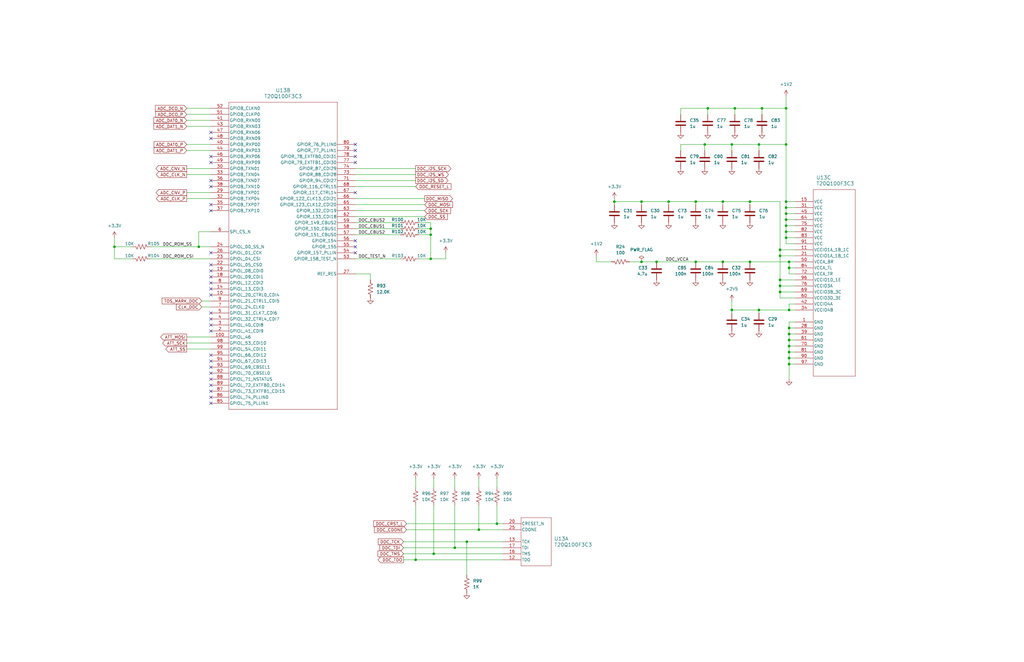
<source format=kicad_sch>
(kicad_sch (version 20230121) (generator eeschema)
  (paper "USLedger")
  (title_block (title "DDC FPGA") (date "2024-02-02") (rev "0"))
  (junction (at 331.47 92.71))
  (junction (at 332.74 110.49))
  (junction (at 328.93 105.41))
  (junction (at 281.94 85.09))
  (junction (at 332.74 140.97))
  (junction (at 332.74 151.13))
  (junction (at 328.93 107.95))
  (junction (at 293.37 85.09))
  (junction (at 308.61 130.81))
  (junction (at 331.47 45.72))
  (junction (at 320.04 60.96))
  (junction (at 332.74 153.67))
  (junction (at 316.23 85.09))
  (junction (at 331.47 97.79))
  (junction (at 308.61 60.96))
  (junction (at 83.82 104.14))
  (junction (at 175.26 236.22))
  (junction (at 331.47 95.25))
  (junction (at 304.8 110.49))
  (junction (at 331.47 87.63))
  (junction (at 328.93 118.11))
  (junction (at 297.18 60.96))
  (junction (at 332.74 130.81))
  (junction (at 331.47 60.96))
  (junction (at 309.88 45.72))
  (junction (at 293.37 110.49))
  (junction (at 332.74 138.43))
  (junction (at 270.51 85.09))
  (junction (at 320.04 130.81))
  (junction (at 196.85 228.6))
  (junction (at 331.47 100.33))
  (junction (at 316.23 110.49))
  (junction (at 298.45 45.72))
  (junction (at 191.77 231.14))
  (junction (at 276.86 110.49))
  (junction (at 328.93 120.65))
  (junction (at 332.74 113.03))
  (junction (at 331.47 85.09))
  (junction (at 321.31 45.72))
  (junction (at 304.8 85.09))
  (junction (at 332.74 148.59))
  (junction (at 48.26 104.14))
  (junction (at 328.93 123.19))
  (junction (at 259.08 85.09))
  (junction (at 181.61 96.52))
  (junction (at 181.61 99.06))
  (junction (at 332.74 146.05))
  (junction (at 201.93 223.52))
  (junction (at 270.51 110.49))
  (junction (at 332.74 143.51))
  (junction (at 209.55 220.98))
  (junction (at 181.61 109.22))
  (junction (at 331.47 90.17))
  (junction (at 182.88 233.68))
  (no_connect (at 88.9 162.56))
  (no_connect (at 149.86 81.28))
  (no_connect (at 88.9 114.3))
  (no_connect (at 149.86 60.96))
  (no_connect (at 88.9 139.7))
  (no_connect (at 88.9 119.38))
  (no_connect (at 88.9 121.92))
  (no_connect (at 88.9 132.08))
  (no_connect (at 88.9 111.76))
  (no_connect (at 88.9 78.74))
  (no_connect (at 88.9 152.4))
  (no_connect (at 88.9 86.36))
  (no_connect (at 88.9 116.84))
  (no_connect (at 88.9 149.86))
  (no_connect (at 88.9 167.64))
  (no_connect (at 88.9 134.62))
  (no_connect (at 88.9 124.46))
  (no_connect (at 88.9 68.58))
  (no_connect (at 88.9 170.18))
  (no_connect (at 88.9 66.04))
  (no_connect (at 88.9 88.9))
  (no_connect (at 149.86 104.14))
  (no_connect (at 149.86 66.04))
  (no_connect (at 149.86 101.6))
  (no_connect (at 88.9 154.94))
  (no_connect (at 88.9 165.1))
  (no_connect (at 88.9 55.88))
  (no_connect (at 88.9 160.02))
  (no_connect (at 149.86 106.68))
  (no_connect (at 88.9 58.42))
  (no_connect (at 88.9 76.2))
  (no_connect (at 88.9 137.16))
  (no_connect (at 149.86 63.5))
  (no_connect (at 88.9 106.68))
  (no_connect (at 149.86 68.58))
  (no_connect (at 88.9 157.48))
  (wire (pts (xy 297.18 63.5) (xy 297.18 60.96)))
  (wire (pts (xy 187.96 106.68) (xy 187.96 109.22)))
  (wire (pts (xy 332.74 151.13) (xy 332.74 153.67)))
  (wire (pts (xy 196.85 228.6) (xy 196.85 242.57)))
  (wire (pts (xy 191.77 201.93) (xy 191.77 205.74)))
  (wire (pts (xy 287.02 48.26) (xy 287.02 45.72)))
  (wire (pts (xy 332.74 110.49) (xy 332.74 113.03)))
  (wire (pts (xy 149.86 73.66) (xy 175.26 73.66)))
  (wire (pts (xy 149.86 99.06) (xy 168.91 99.06)))
  (wire (pts (xy 320.04 130.81) (xy 332.74 130.81)))
  (wire (pts (xy 332.74 146.05) (xy 332.74 148.59)))
  (wire (pts (xy 308.61 60.96) (xy 320.04 60.96)))
  (wire (pts (xy 149.86 96.52) (xy 168.91 96.52)))
  (wire (pts (xy 181.61 93.98) (xy 181.61 96.52)))
  (wire (pts (xy 332.74 143.51) (xy 335.28 143.51)))
  (wire (pts (xy 149.86 76.2) (xy 175.26 76.2)))
  (wire (pts (xy 331.47 95.25) (xy 331.47 97.79)))
  (wire (pts (xy 320.04 60.96) (xy 331.47 60.96)))
  (wire (pts (xy 331.47 60.96) (xy 331.47 85.09)))
  (wire (pts (xy 328.93 107.95) (xy 335.28 107.95)))
  (wire (pts (xy 320.04 60.96) (xy 320.04 63.5)))
  (wire (pts (xy 176.53 93.98) (xy 181.61 93.98)))
  (wire (pts (xy 331.47 40.64) (xy 331.47 45.72)))
  (wire (pts (xy 48.26 100.33) (xy 48.26 104.14)))
  (wire (pts (xy 332.74 146.05) (xy 335.28 146.05)))
  (wire (pts (xy 321.31 45.72) (xy 331.47 45.72)))
  (wire (pts (xy 328.93 118.11) (xy 328.93 120.65)))
  (wire (pts (xy 85.09 129.54) (xy 88.9 129.54)))
  (wire (pts (xy 320.04 130.81) (xy 308.61 130.81)))
  (wire (pts (xy 332.74 138.43) (xy 335.28 138.43)))
  (wire (pts (xy 304.8 85.09) (xy 293.37 85.09)))
  (wire (pts (xy 328.93 118.11) (xy 335.28 118.11)))
  (wire (pts (xy 304.8 85.09) (xy 304.8 86.36)))
  (wire (pts (xy 332.74 110.49) (xy 335.28 110.49)))
  (wire (pts (xy 331.47 97.79) (xy 331.47 100.33)))
  (wire (pts (xy 308.61 130.81) (xy 308.61 127)))
  (wire (pts (xy 78.74 71.12) (xy 88.9 71.12)))
  (wire (pts (xy 316.23 110.49) (xy 332.74 110.49)))
  (wire (pts (xy 332.74 135.89) (xy 332.74 138.43)))
  (wire (pts (xy 316.23 85.09) (xy 328.93 85.09)))
  (wire (pts (xy 332.74 143.51) (xy 332.74 146.05)))
  (wire (pts (xy 78.74 45.72) (xy 88.9 45.72)))
  (wire (pts (xy 88.9 109.22) (xy 63.5 109.22)))
  (wire (pts (xy 332.74 113.03) (xy 332.74 115.57)))
  (wire (pts (xy 332.74 128.27) (xy 335.28 128.27)))
  (wire (pts (xy 181.61 99.06) (xy 181.61 109.22)))
  (wire (pts (xy 170.18 236.22) (xy 175.26 236.22)))
  (wire (pts (xy 332.74 140.97) (xy 332.74 143.51)))
  (wire (pts (xy 320.04 132.08) (xy 320.04 130.81)))
  (wire (pts (xy 187.96 109.22) (xy 181.61 109.22)))
  (wire (pts (xy 281.94 85.09) (xy 281.94 86.36)))
  (wire (pts (xy 83.82 104.14) (xy 88.9 104.14)))
  (wire (pts (xy 78.74 144.78) (xy 88.9 144.78)))
  (wire (pts (xy 78.74 48.26) (xy 88.9 48.26)))
  (wire (pts (xy 328.93 125.73) (xy 335.28 125.73)))
  (wire (pts (xy 298.45 45.72) (xy 309.88 45.72)))
  (wire (pts (xy 270.51 86.36) (xy 270.51 85.09)))
  (wire (pts (xy 332.74 113.03) (xy 335.28 113.03)))
  (wire (pts (xy 328.93 105.41) (xy 328.93 107.95)))
  (wire (pts (xy 78.74 83.82) (xy 88.9 83.82)))
  (wire (pts (xy 328.93 123.19) (xy 335.28 123.19)))
  (wire (pts (xy 331.47 90.17) (xy 335.28 90.17)))
  (wire (pts (xy 176.53 99.06) (xy 181.61 99.06)))
  (wire (pts (xy 196.85 228.6) (xy 212.09 228.6)))
  (wire (pts (xy 331.47 85.09) (xy 335.28 85.09)))
  (wire (pts (xy 259.08 83.82) (xy 259.08 85.09)))
  (wire (pts (xy 331.47 100.33) (xy 331.47 102.87)))
  (wire (pts (xy 331.47 102.87) (xy 335.28 102.87)))
  (wire (pts (xy 191.77 213.36) (xy 191.77 231.14)))
  (wire (pts (xy 287.02 45.72) (xy 298.45 45.72)))
  (wire (pts (xy 276.86 110.49) (xy 270.51 110.49)))
  (wire (pts (xy 287.02 60.96) (xy 297.18 60.96)))
  (wire (pts (xy 304.8 110.49) (xy 293.37 110.49)))
  (wire (pts (xy 331.47 90.17) (xy 331.47 92.71)))
  (wire (pts (xy 149.86 83.82) (xy 179.07 83.82)))
  (wire (pts (xy 170.18 228.6) (xy 196.85 228.6)))
  (wire (pts (xy 259.08 85.09) (xy 259.08 86.36)))
  (wire (pts (xy 181.61 96.52) (xy 181.61 99.06)))
  (wire (pts (xy 48.26 104.14) (xy 55.88 104.14)))
  (wire (pts (xy 85.09 127) (xy 88.9 127)))
  (wire (pts (xy 149.86 91.44) (xy 179.07 91.44)))
  (wire (pts (xy 257.81 110.49) (xy 251.46 110.49)))
  (wire (pts (xy 170.18 231.14) (xy 191.77 231.14)))
  (wire (pts (xy 182.88 213.36) (xy 182.88 233.68)))
  (wire (pts (xy 149.86 86.36) (xy 179.07 86.36)))
  (wire (pts (xy 182.88 201.93) (xy 182.88 205.74)))
  (wire (pts (xy 270.51 110.49) (xy 265.43 110.49)))
  (wire (pts (xy 332.74 148.59) (xy 332.74 151.13)))
  (wire (pts (xy 78.74 50.8) (xy 88.9 50.8)))
  (wire (pts (xy 63.5 104.14) (xy 83.82 104.14)))
  (wire (pts (xy 209.55 201.93) (xy 209.55 205.74)))
  (wire (pts (xy 156.21 115.57) (xy 156.21 118.11)))
  (wire (pts (xy 335.28 135.89) (xy 332.74 135.89)))
  (wire (pts (xy 83.82 97.79) (xy 83.82 104.14)))
  (wire (pts (xy 331.47 45.72) (xy 331.47 60.96)))
  (wire (pts (xy 332.74 138.43) (xy 332.74 140.97)))
  (wire (pts (xy 48.26 109.22) (xy 55.88 109.22)))
  (wire (pts (xy 212.09 220.98) (xy 209.55 220.98)))
  (wire (pts (xy 287.02 60.96) (xy 287.02 63.5)))
  (wire (pts (xy 316.23 110.49) (xy 304.8 110.49)))
  (wire (pts (xy 332.74 151.13) (xy 335.28 151.13)))
  (wire (pts (xy 78.74 81.28) (xy 88.9 81.28)))
  (wire (pts (xy 332.74 140.97) (xy 335.28 140.97)))
  (wire (pts (xy 191.77 231.14) (xy 212.09 231.14)))
  (wire (pts (xy 281.94 85.09) (xy 270.51 85.09)))
  (wire (pts (xy 170.18 233.68) (xy 182.88 233.68)))
  (wire (pts (xy 297.18 60.96) (xy 308.61 60.96)))
  (wire (pts (xy 88.9 97.79) (xy 83.82 97.79)))
  (wire (pts (xy 175.26 236.22) (xy 212.09 236.22)))
  (wire (pts (xy 175.26 213.36) (xy 175.26 236.22)))
  (wire (pts (xy 181.61 109.22) (xy 176.53 109.22)))
  (wire (pts (xy 78.74 60.96) (xy 88.9 60.96)))
  (wire (pts (xy 316.23 86.36) (xy 316.23 85.09)))
  (wire (pts (xy 328.93 85.09) (xy 328.93 105.41)))
  (wire (pts (xy 335.28 153.67) (xy 332.74 153.67)))
  (wire (pts (xy 201.93 201.93) (xy 201.93 205.74)))
  (wire (pts (xy 331.47 87.63) (xy 331.47 90.17)))
  (wire (pts (xy 332.74 115.57) (xy 335.28 115.57)))
  (wire (pts (xy 209.55 220.98) (xy 171.45 220.98)))
  (wire (pts (xy 78.74 142.24) (xy 88.9 142.24)))
  (wire (pts (xy 309.88 45.72) (xy 309.88 48.26)))
  (wire (pts (xy 176.53 96.52) (xy 181.61 96.52)))
  (wire (pts (xy 293.37 85.09) (xy 281.94 85.09)))
  (wire (pts (xy 175.26 201.93) (xy 175.26 205.74)))
  (wire (pts (xy 308.61 132.08) (xy 308.61 130.81)))
  (wire (pts (xy 293.37 85.09) (xy 293.37 86.36)))
  (wire (pts (xy 331.47 100.33) (xy 335.28 100.33)))
  (wire (pts (xy 251.46 110.49) (xy 251.46 107.95)))
  (wire (pts (xy 48.26 104.14) (xy 48.26 109.22)))
  (wire (pts (xy 201.93 213.36) (xy 201.93 223.52)))
  (wire (pts (xy 332.74 148.59) (xy 335.28 148.59)))
  (wire (pts (xy 298.45 45.72) (xy 298.45 48.26)))
  (wire (pts (xy 149.86 78.74) (xy 175.26 78.74)))
  (wire (pts (xy 149.86 109.22) (xy 168.91 109.22)))
  (wire (pts (xy 331.47 97.79) (xy 335.28 97.79)))
  (wire (pts (xy 309.88 45.72) (xy 321.31 45.72)))
  (wire (pts (xy 316.23 85.09) (xy 304.8 85.09)))
  (wire (pts (xy 328.93 120.65) (xy 335.28 120.65)))
  (wire (pts (xy 328.93 107.95) (xy 328.93 118.11)))
  (wire (pts (xy 78.74 63.5) (xy 88.9 63.5)))
  (wire (pts (xy 78.74 53.34) (xy 88.9 53.34)))
  (wire (pts (xy 331.47 92.71) (xy 335.28 92.71)))
  (wire (pts (xy 321.31 45.72) (xy 321.31 48.26)))
  (wire (pts (xy 149.86 93.98) (xy 168.91 93.98)))
  (wire (pts (xy 328.93 120.65) (xy 328.93 123.19)))
  (wire (pts (xy 171.45 223.52) (xy 201.93 223.52)))
  (wire (pts (xy 270.51 85.09) (xy 259.08 85.09)))
  (wire (pts (xy 78.74 73.66) (xy 88.9 73.66)))
  (wire (pts (xy 332.74 130.81) (xy 335.28 130.81)))
  (wire (pts (xy 331.47 95.25) (xy 335.28 95.25)))
  (wire (pts (xy 182.88 233.68) (xy 212.09 233.68)))
  (wire (pts (xy 332.74 153.67) (xy 332.74 160.02)))
  (wire (pts (xy 331.47 92.71) (xy 331.47 95.25)))
  (wire (pts (xy 149.86 71.12) (xy 175.26 71.12)))
  (wire (pts (xy 328.93 123.19) (xy 328.93 125.73)))
  (wire (pts (xy 201.93 223.52) (xy 212.09 223.52)))
  (wire (pts (xy 149.86 115.57) (xy 156.21 115.57)))
  (wire (pts (xy 331.47 85.09) (xy 331.47 87.63)))
  (wire (pts (xy 331.47 87.63) (xy 335.28 87.63)))
  (wire (pts (xy 308.61 60.96) (xy 308.61 63.5)))
  (wire (pts (xy 149.86 88.9) (xy 179.07 88.9)))
  (wire (pts (xy 335.28 105.41) (xy 328.93 105.41)))
  (wire (pts (xy 332.74 128.27) (xy 332.74 130.81)))
  (wire (pts (xy 293.37 110.49) (xy 276.86 110.49)))
  (wire (pts (xy 209.55 213.36) (xy 209.55 220.98)))
  (wire (pts (xy 78.74 147.32) (xy 88.9 147.32)))
  (label "DDC_CBUS1" (at 151.13 96.52 0))
  (label "DDC_VCCA" (at 280.67 110.49 0))
  (label "DDC_TEST_N" (at 151.13 109.22 0))
  (label "DDC_CBUS2" (at 151.13 99.06 0))
  (label "DDC_ROM_CSI" (at 68.58 109.22 0))
  (label "DDC_ROM_SS" (at 68.58 104.14 0))
  (label "DDC_CBUS2" (at 151.13 93.98 0))
  (global_label "DDC_RESET_L" (shape input) (at 175.26 78.74 0) (property "Intersheetrefs" "${INTERSHEET_REFS}" (effects hide)))
  (global_label "ATT_MOSI" (shape output) (at 78.74 142.24 180) (property "Intersheetrefs" "${INTERSHEET_REFS}" (effects hide)))
  (global_label "ATT_SCK" (shape output) (at 78.74 144.78 180) (property "Intersheetrefs" "${INTERSHEET_REFS}" (effects hide)))
  (global_label "ADC_CLK_P" (shape output) (at 78.74 83.82 180) (property "Intersheetrefs" "${INTERSHEET_REFS}" (effects hide)))
  (global_label "DDC_TDI" (shape input) (at 170.18 231.14 180) (property "Intersheetrefs" "${INTERSHEET_REFS}" (effects hide)))
  (global_label "DDC_TCK" (shape input) (at 170.18 228.6 180) (property "Intersheetrefs" "${INTERSHEET_REFS}" (effects hide)))
  (global_label "DDC_SCK" (shape input) (at 179.07 88.9 0) (property "Intersheetrefs" "${INTERSHEET_REFS}" (effects hide)))
  (global_label "ADC_DAT0_P" (shape input) (at 78.74 60.96 180) (property "Intersheetrefs" "${INTERSHEET_REFS}" (effects hide)))
  (global_label "DDC_MISO" (shape output) (at 179.07 83.82 0) (property "Intersheetrefs" "${INTERSHEET_REFS}" (effects hide)))
  (global_label "CLK_DDC" (shape input) (at 85.09 129.54 180) (property "Intersheetrefs" "${INTERSHEET_REFS}" (effects hide)))
  (global_label "ATT_SS" (shape output) (at 78.74 147.32 180) (property "Intersheetrefs" "${INTERSHEET_REFS}" (effects hide)))
  (global_label "ADC_DAT1_N" (shape input) (at 78.74 53.34 180) (property "Intersheetrefs" "${INTERSHEET_REFS}" (effects hide)))
  (global_label "DDC_I2S_WS" (shape output) (at 175.26 73.66 0) (property "Intersheetrefs" "${INTERSHEET_REFS}" (effects hide)))
  (global_label "DDC_CRST_L" (shape input) (at 171.45 220.98 180) (property "Intersheetrefs" "${INTERSHEET_REFS}" (effects hide)))
  (global_label "ADC_CNV_P" (shape output) (at 78.74 81.28 180) (property "Intersheetrefs" "${INTERSHEET_REFS}" (effects hide)))
  (global_label "DDC_CDONE" (shape input) (at 171.45 223.52 180) (property "Intersheetrefs" "${INTERSHEET_REFS}" (effects hide)))
  (global_label "ADC_DAT1_P" (shape input) (at 78.74 63.5 180) (property "Intersheetrefs" "${INTERSHEET_REFS}" (effects hide)))
  (global_label "DDC_TMS" (shape input) (at 170.18 233.68 180) (property "Intersheetrefs" "${INTERSHEET_REFS}" (effects hide)))
  (global_label "ADC_DAT0_N" (shape input) (at 78.74 50.8 180) (property "Intersheetrefs" "${INTERSHEET_REFS}" (effects hide)))
  (global_label "ADC_CLK_N" (shape output) (at 78.74 73.66 180) (property "Intersheetrefs" "${INTERSHEET_REFS}" (effects hide)))
  (global_label "DDC_SS" (shape input) (at 179.07 91.44 0) (property "Intersheetrefs" "${INTERSHEET_REFS}" (effects hide)))
  (global_label "ADC_CNV_N" (shape output) (at 78.74 71.12 180) (property "Intersheetrefs" "${INTERSHEET_REFS}" (effects hide)))
  (global_label "DDC_MOSI" (shape input) (at 179.07 86.36 0) (property "Intersheetrefs" "${INTERSHEET_REFS}" (effects hide)))
  (global_label "DDC_I2S_SCK" (shape output) (at 175.26 71.12 0) (property "Intersheetrefs" "${INTERSHEET_REFS}" (effects hide)))
  (global_label "DDC_TDO" (shape output) (at 170.18 236.22 180) (property "Intersheetrefs" "${INTERSHEET_REFS}" (effects hide)))
  (global_label "ADC_DCO_P" (shape input) (at 78.74 48.26 180) (property "Intersheetrefs" "${INTERSHEET_REFS}" (effects hide)))
  (global_label "DDC_I2S_SD" (shape output) (at 175.26 76.2 0) (property "Intersheetrefs" "${INTERSHEET_REFS}" (effects hide)))
  (global_label "ADC_DCO_N" (shape input) (at 78.74 45.72 180) (property "Intersheetrefs" "${INTERSHEET_REFS}" (effects hide)))
  (global_label "TOS_MARK_DDC" (shape input) (at 85.09 127 180) (property "Intersheetrefs" "${INTERSHEET_REFS}" (effects hide)))
  (symbol (lib_id "power:GND") (at 270.51 93.98 0) (unit 1)
    (property "Reference" "#PWR067" (effects hide))
    (property "Value" "GND" (effects hide))
  )
  (symbol (lib_id "Device:R_US") (at 196.85 246.38 0) (unit 1)
    (property "Reference" "R99" (at 199.39 245.11 0) (effects (justify left)))
    (property "Value" "1K" (at 199.39 247.65 0) (effects (justify left)))
    (property "Footprint" "Resistor_SMD:R_0603_1608Metric_Pad0.98x0.95mm_HandSolder" (effects hide))
  )
  (symbol (lib_id "power:+3.3V") (at 209.55 201.93 0) (unit 1)
    (property "Reference" "#PWR0164" (effects hide))
    (property "Value" "+3.3V" (at 209.55 196.85 0))
  )
  (symbol (lib_id "power:GND") (at 304.8 93.98 0) (unit 1)
    (property "Reference" "#PWR0152" (effects hide))
    (property "Value" "GND" (effects hide))
  )
  (symbol (lib_id "power:GND") (at 281.94 93.98 0) (unit 1)
    (property "Reference" "#PWR064" (effects hide))
    (property "Value" "GND" (effects hide))
  )
  (symbol (lib_id "Device:R_US") (at 172.72 93.98 90) (unit 1)
    (property "Reference" "R100" (at 167.64 92.71 90))
    (property "Value" "10K" (at 177.8 92.71 90))
    (property "Footprint" "Resistor_SMD:R_0603_1608Metric_Pad0.98x0.95mm_HandSolder" (effects hide))
  )
  (symbol (lib_id "power:GND") (at 320.04 71.12 0) (unit 1)
    (property "Reference" "#PWR0159" (effects hide))
    (property "Value" "GND" (effects hide))
  )
  (symbol (lib_id "Device:C") (at 308.61 135.89 0) (unit 1)
    (property "Reference" "C34" (at 312.42 134.62 0) (effects (justify left)))
    (property "Value" "1u" (at 312.42 137.16 0) (effects (justify left)))
    (property "Footprint" "Capacitor_SMD:C_0603_1608Metric_Pad1.08x0.95mm_HandSolder" (effects hide))
  )
  (symbol (lib_id "Device:R_US") (at 59.69 104.14 270) (mirror x) (unit 1)
    (property "Reference" "R105" (at 64.77 102.87 90))
    (property "Value" "10K" (at 54.61 102.87 90))
    (property "Footprint" "Resistor_SMD:R_0603_1608Metric_Pad0.98x0.95mm_HandSolder" (effects hide))
  )
  (symbol (lib_id "power:+1V2") (at 251.46 107.95 0) (mirror y) (unit 1)
    (property "Reference" "#PWR072" (effects hide))
    (property "Value" "+1V2" (at 251.46 102.87 0))
  )
  (symbol (lib_id "Device:R_US") (at 209.55 209.55 0) (unit 1)
    (property "Reference" "R95" (at 212.09 208.28 0) (effects (justify left)))
    (property "Value" "10K" (at 212.09 210.82 0) (effects (justify left)))
    (property "Footprint" "Resistor_SMD:R_0603_1608Metric_Pad0.98x0.95mm_HandSolder" (effects hide))
  )
  (symbol (lib_id "power:GND") (at 321.31 55.88 0) (unit 1)
    (property "Reference" "#PWR0160" (effects hide))
    (property "Value" "GND" (effects hide))
  )
  (symbol (lib_id "Device:C") (at 293.37 90.17 0) (unit 1)
    (property "Reference" "C74" (at 297.18 88.9 0) (effects (justify left)))
    (property "Value" "1u" (at 297.18 91.44 0) (effects (justify left)))
    (property "Footprint" "Capacitor_SMD:C_0603_1608Metric_Pad1.08x0.95mm_HandSolder" (effects hide))
  )
  (symbol (lib_id "Device:R_US") (at 172.72 99.06 90) (unit 1)
    (property "Reference" "R102" (at 167.64 97.79 90))
    (property "Value" "10K" (at 177.8 97.79 90))
    (property "Footprint" "Resistor_SMD:R_0603_1608Metric_Pad0.98x0.95mm_HandSolder" (effects hide))
  )
  (symbol (lib_id "Device:C") (at 304.8 90.17 0) (unit 1)
    (property "Reference" "C75" (at 308.61 88.9 0) (effects (justify left)))
    (property "Value" "1u" (at 308.61 91.44 0) (effects (justify left)))
    (property "Footprint" "Capacitor_SMD:C_0603_1608Metric_Pad1.08x0.95mm_HandSolder" (effects hide))
  )
  (symbol (lib_id "Device:C") (at 293.37 114.3 0) (mirror y) (unit 1)
    (property "Reference" "C85" (at 289.56 113.03 0) (effects (justify left)))
    (property "Value" "100n" (at 289.56 115.57 0) (effects (justify left)))
    (property "Footprint" "Capacitor_SMD:C_0603_1608Metric_Pad1.08x0.95mm_HandSolder" (effects hide))
  )
  (symbol (lib_id "Device:C") (at 308.61 67.31 0) (unit 1)
    (property "Reference" "C81" (at 312.42 66.04 0) (effects (justify left)))
    (property "Value" "1u" (at 312.42 68.58 0) (effects (justify left)))
    (property "Footprint" "Capacitor_SMD:C_0603_1608Metric_Pad1.08x0.95mm_HandSolder" (effects hide))
  )
  (symbol (lib_id "power:GND") (at 287.02 55.88 0) (unit 1)
    (property "Reference" "#PWR076" (effects hide))
    (property "Value" "GND" (effects hide))
  )
  (symbol (lib_name "T20Q100F3C3_1") (lib_id "bgelb_lib:T20Q100F3C3") (at 335.28 85.09 0) (unit 3)
    (property "Reference" "U13" (at 344.17 74.93 0) (effects (font (size 1.524 1.524)) (justify left)))
    (property "Value" "T20Q100F3C3" (at 344.17 77.47 0) (effects (font (size 1.524 1.524)) (justify left)))
    (property "Footprint" "bgelb_footprint:LQFP100_TRION_EFI" (effects hide))
    (property "Datasheet" "T20Q100F3C3" (effects hide))
  )
  (symbol (lib_id "power:GND") (at 156.21 125.73 0) (mirror y) (unit 1)
    (property "Reference" "#PWR0163" (effects hide))
    (property "Value" "GND" (effects hide))
  )
  (symbol (lib_id "power:GND") (at 287.02 71.12 0) (unit 1)
    (property "Reference" "#PWR0156" (effects hide))
    (property "Value" "GND" (effects hide))
  )
  (symbol (lib_id "Device:C") (at 281.94 90.17 0) (unit 1)
    (property "Reference" "C73" (at 285.75 88.9 0) (effects (justify left)))
    (property "Value" "1u" (at 285.75 91.44 0) (effects (justify left)))
    (property "Footprint" "Capacitor_SMD:C_0603_1608Metric_Pad1.08x0.95mm_HandSolder" (effects hide))
  )
  (symbol (lib_id "Device:R_US") (at 172.72 109.22 90) (unit 1)
    (property "Reference" "R103" (at 167.64 107.95 90))
    (property "Value" "10K" (at 177.8 107.95 90))
    (property "Footprint" "Resistor_SMD:R_0603_1608Metric_Pad0.98x0.95mm_HandSolder" (effects hide))
  )
  (symbol (lib_id "Device:C") (at 270.51 90.17 0) (unit 1)
    (property "Reference" "C30" (at 274.32 88.9 0) (effects (justify left)))
    (property "Value" "1u" (at 274.32 91.44 0) (effects (justify left)))
    (property "Footprint" "Capacitor_SMD:C_0603_1608Metric_Pad1.08x0.95mm_HandSolder" (effects hide))
  )
  (symbol (lib_id "power:GND") (at 298.45 55.88 0) (unit 1)
    (property "Reference" "#PWR0154" (effects hide))
    (property "Value" "GND" (effects hide))
  )
  (symbol (lib_id "Device:C") (at 320.04 135.89 0) (unit 1)
    (property "Reference" "C29" (at 323.85 134.62 0) (effects (justify left)))
    (property "Value" "1u" (at 323.85 137.16 0) (effects (justify left)))
    (property "Footprint" "Capacitor_SMD:C_0603_1608Metric_Pad1.08x0.95mm_HandSolder" (effects hide))
  )
  (symbol (lib_id "power:+3.3V") (at 48.26 100.33 0) (unit 1)
    (property "Reference" "#PWR0171" (effects hide))
    (property "Value" "+3.3V" (at 48.26 95.25 0))
  )
  (symbol (lib_id "Device:C") (at 320.04 67.31 0) (unit 1)
    (property "Reference" "C82" (at 323.85 66.04 0) (effects (justify left)))
    (property "Value" "1u" (at 323.85 68.58 0) (effects (justify left)))
    (property "Footprint" "Capacitor_SMD:C_0603_1608Metric_Pad1.08x0.95mm_HandSolder" (effects hide))
  )
  (symbol (lib_id "Device:R_US") (at 182.88 209.55 0) (unit 1)
    (property "Reference" "R97" (at 185.42 208.28 0) (effects (justify left)))
    (property "Value" "10K" (at 185.42 210.82 0) (effects (justify left)))
    (property "Footprint" "Resistor_SMD:R_0603_1608Metric_Pad0.98x0.95mm_HandSolder" (effects hide))
  )
  (symbol (lib_id "Device:C") (at 316.23 90.17 0) (unit 1)
    (property "Reference" "C76" (at 320.04 88.9 0) (effects (justify left)))
    (property "Value" "1u" (at 320.04 91.44 0) (effects (justify left)))
    (property "Footprint" "Capacitor_SMD:C_0603_1608Metric_Pad1.08x0.95mm_HandSolder" (effects hide))
  )
  (symbol (lib_id "power:+3.3V") (at 259.08 83.82 0) (unit 1)
    (property "Reference" "#PWR068" (effects hide))
    (property "Value" "+3.3V" (at 259.08 78.74 0))
  )
  (symbol (lib_id "power:+3.3V") (at 191.77 201.93 0) (unit 1)
    (property "Reference" "#PWR0166" (effects hide))
    (property "Value" "+3.3V" (at 191.77 196.85 0))
  )
  (symbol (lib_id "Device:R_US") (at 261.62 110.49 270) (mirror x) (unit 1)
    (property "Reference" "R24" (at 261.62 104.14 90))
    (property "Value" "100" (at 261.62 106.68 90))
    (property "Footprint" "Resistor_SMD:R_0603_1608Metric_Pad0.98x0.95mm_HandSolder" (effects hide))
  )
  (symbol (lib_id "Device:R_US") (at 156.21 121.92 0) (unit 1)
    (property "Reference" "R93" (at 158.75 120.65 0) (effects (justify left)))
    (property "Value" "12.0K" (at 158.75 123.19 0) (effects (justify left)))
    (property "Footprint" "Resistor_SMD:R_0603_1608Metric_Pad0.98x0.95mm_HandSolder" (effects hide))
  )
  (symbol (lib_id "power:GND") (at 316.23 93.98 0) (unit 1)
    (property "Reference" "#PWR0153" (effects hide))
    (property "Value" "GND" (effects hide))
  )
  (symbol (lib_id "power:GND") (at 332.74 160.02 0) (unit 1)
    (property "Reference" "#PWR070" (effects hide))
    (property "Value" "GND" (effects hide))
  )
  (symbol (lib_id "Device:C") (at 321.31 52.07 0) (unit 1)
    (property "Reference" "C83" (at 325.12 50.8 0) (effects (justify left)))
    (property "Value" "1u" (at 325.12 53.34 0) (effects (justify left)))
    (property "Footprint" "Capacitor_SMD:C_0603_1608Metric_Pad1.08x0.95mm_HandSolder" (effects hide))
  )
  (symbol (lib_id "power:GND") (at 259.08 93.98 0) (unit 1)
    (property "Reference" "#PWR069" (effects hide))
    (property "Value" "GND" (effects hide))
  )
  (symbol (lib_id "Device:R_US") (at 201.93 209.55 0) (unit 1)
    (property "Reference" "R94" (at 204.47 208.28 0) (effects (justify left)))
    (property "Value" "10K" (at 204.47 210.82 0) (effects (justify left)))
    (property "Footprint" "Resistor_SMD:R_0603_1608Metric_Pad0.98x0.95mm_HandSolder" (effects hide))
  )
  (symbol (lib_id "Device:R_US") (at 175.26 209.55 0) (unit 1)
    (property "Reference" "R96" (at 177.8 208.28 0) (effects (justify left)))
    (property "Value" "10K" (at 177.8 210.82 0) (effects (justify left)))
    (property "Footprint" "Resistor_SMD:R_0603_1608Metric_Pad0.98x0.95mm_HandSolder" (effects hide))
  )
  (symbol (lib_id "power:+3.3V") (at 175.26 201.93 0) (unit 1)
    (property "Reference" "#PWR0168" (effects hide))
    (property "Value" "+3.3V" (at 175.26 196.85 0))
  )
  (symbol (lib_id "Device:C") (at 297.18 67.31 0) (unit 1)
    (property "Reference" "C80" (at 300.99 66.04 0) (effects (justify left)))
    (property "Value" "1u" (at 300.99 68.58 0) (effects (justify left)))
    (property "Footprint" "Capacitor_SMD:C_0603_1608Metric_Pad1.08x0.95mm_HandSolder" (effects hide))
  )
  (symbol (lib_id "power:+3.3V") (at 182.88 201.93 0) (unit 1)
    (property "Reference" "#PWR0167" (effects hide))
    (property "Value" "+3.3V" (at 182.88 196.85 0))
  )
  (symbol (lib_id "power:GND") (at 316.23 118.11 0) (mirror y) (unit 1)
    (property "Reference" "#PWR074" (effects hide))
    (property "Value" "GND" (effects hide))
  )
  (symbol (lib_id "Device:C") (at 298.45 52.07 0) (unit 1)
    (property "Reference" "C77" (at 302.26 50.8 0) (effects (justify left)))
    (property "Value" "1u" (at 302.26 53.34 0) (effects (justify left)))
    (property "Footprint" "Capacitor_SMD:C_0603_1608Metric_Pad1.08x0.95mm_HandSolder" (effects hide))
  )
  (symbol (lib_name "T20Q100F3C3_2") (lib_id "bgelb_lib:T20Q100F3C3") (at 212.09 223.52 0) (unit 1)
    (property "Reference" "U13" (at 233.68 227.33 0) (effects (font (size 1.524 1.524)) (justify left)))
    (property "Value" "T20Q100F3C3" (at 233.68 229.87 0) (effects (font (size 1.524 1.524)) (justify left)))
    (property "Footprint" "bgelb_footprint:LQFP100_TRION_EFI" (effects hide))
    (property "Datasheet" "T20Q100F3C3" (effects hide))
  )
  (symbol (lib_id "Device:C") (at 309.88 52.07 0) (unit 1)
    (property "Reference" "C78" (at 313.69 50.8 0) (effects (justify left)))
    (property "Value" "1u" (at 313.69 53.34 0) (effects (justify left)))
    (property "Footprint" "Capacitor_SMD:C_0603_1608Metric_Pad1.08x0.95mm_HandSolder" (effects hide))
  )
  (symbol (lib_id "power:GND") (at 196.85 250.19 0) (mirror y) (unit 1)
    (property "Reference" "#PWR0169" (effects hide))
    (property "Value" "GND" (effects hide))
  )
  (symbol (lib_id "power:GND") (at 308.61 139.7 0) (unit 1)
    (property "Reference" "#PWR077" (effects hide))
    (property "Value" "GND" (effects hide))
  )
  (symbol (lib_id "Device:R_US") (at 59.69 109.22 270) (mirror x) (unit 1)
    (property "Reference" "R104" (at 64.77 107.95 90))
    (property "Value" "10K" (at 54.61 107.95 90))
    (property "Footprint" "Resistor_SMD:R_0603_1608Metric_Pad0.98x0.95mm_HandSolder" (effects hide))
  )
  (symbol (lib_id "power:+2V5") (at 308.61 127 0) (unit 1)
    (property "Reference" "#PWR071" (effects hide))
    (property "Value" "+2V5" (at 308.61 121.92 0))
  )
  (symbol (lib_id "power:PWR_FLAG") (at 270.51 110.49 0) (unit 1)
    (property "Reference" "#FLG07" (effects hide))
    (property "Value" "PWR_FLAG" (at 270.51 105.41 0))
  )
  (symbol (lib_id "bgelb_lib:T20Q100F3C3") (at 88.9 45.72 0) (unit 2)
    (property "Reference" "U13" (at 119.38 38.1 0) (effects (font (size 1.524 1.524))))
    (property "Value" "T20Q100F3C3" (at 119.38 40.64 0) (effects (font (size 1.524 1.524))))
    (property "Footprint" "bgelb_footprint:LQFP100_TRION_EFI" (effects hide))
    (property "Datasheet" "T20Q100F3C3" (effects hide))
  )
  (symbol (lib_id "Device:C") (at 287.02 67.31 0) (unit 1)
    (property "Reference" "C79" (at 290.83 66.04 0) (effects (justify left)))
    (property "Value" "1u" (at 290.83 68.58 0) (effects (justify left)))
    (property "Footprint" "Capacitor_SMD:C_0603_1608Metric_Pad1.08x0.95mm_HandSolder" (effects hide))
  )
  (symbol (lib_id "Device:R_US") (at 172.72 96.52 90) (unit 1)
    (property "Reference" "R101" (at 167.64 95.25 90))
    (property "Value" "10K" (at 177.8 95.25 90))
    (property "Footprint" "Resistor_SMD:R_0603_1608Metric_Pad0.98x0.95mm_HandSolder" (effects hide))
  )
  (symbol (lib_id "Device:C") (at 259.08 90.17 0) (unit 1)
    (property "Reference" "C31" (at 262.89 88.9 0) (effects (justify left)))
    (property "Value" "1u" (at 262.89 91.44 0) (effects (justify left)))
    (property "Footprint" "Capacitor_SMD:C_0603_1608Metric_Pad1.08x0.95mm_HandSolder" (effects hide))
  )
  (symbol (lib_id "power:+3.3V") (at 187.96 106.68 0) (unit 1)
    (property "Reference" "#PWR0170" (effects hide))
    (property "Value" "+3.3V" (at 187.96 101.6 0))
  )
  (symbol (lib_id "Device:C") (at 304.8 114.3 0) (mirror y) (unit 1)
    (property "Reference" "C84" (at 300.99 113.03 0) (effects (justify left)))
    (property "Value" "100n" (at 300.99 115.57 0) (effects (justify left)))
    (property "Footprint" "Capacitor_SMD:C_0603_1608Metric_Pad1.08x0.95mm_HandSolder" (effects hide))
  )
  (symbol (lib_id "Device:C") (at 287.02 52.07 0) (unit 1)
    (property "Reference" "C35" (at 290.83 50.8 0) (effects (justify left)))
    (property "Value" "1u" (at 290.83 53.34 0) (effects (justify left)))
    (property "Footprint" "Capacitor_SMD:C_0603_1608Metric_Pad1.08x0.95mm_HandSolder" (effects hide))
  )
  (symbol (lib_id "power:GND") (at 320.04 139.7 0) (unit 1)
    (property "Reference" "#PWR065" (effects hide))
    (property "Value" "GND" (effects hide))
  )
  (symbol (lib_id "Device:C") (at 276.86 114.3 0) (mirror y) (unit 1)
    (property "Reference" "C33" (at 273.05 113.03 0) (effects (justify left)))
    (property "Value" "4.7u" (at 273.05 115.57 0) (effects (justify left)))
    (property "Footprint" "Capacitor_SMD:C_0603_1608Metric_Pad1.08x0.95mm_HandSolder" (effects hide))
  )
  (symbol (lib_id "power:GND") (at 293.37 93.98 0) (unit 1)
    (property "Reference" "#PWR066" (effects hide))
    (property "Value" "GND" (effects hide))
  )
  (symbol (lib_id "power:GND") (at 293.37 118.11 0) (mirror y) (unit 1)
    (property "Reference" "#PWR0162" (effects hide))
    (property "Value" "GND" (effects hide))
  )
  (symbol (lib_id "power:GND") (at 304.8 118.11 0) (mirror y) (unit 1)
    (property "Reference" "#PWR0161" (effects hide))
    (property "Value" "GND" (effects hide))
  )
  (symbol (lib_id "power:GND") (at 308.61 71.12 0) (unit 1)
    (property "Reference" "#PWR0158" (effects hide))
    (property "Value" "GND" (effects hide))
  )
  (symbol (lib_id "Device:C") (at 316.23 114.3 0) (mirror y) (unit 1)
    (property "Reference" "C32" (at 312.42 113.03 0) (effects (justify left)))
    (property "Value" "100n" (at 312.42 115.57 0) (effects (justify left)))
    (property "Footprint" "Capacitor_SMD:C_0603_1608Metric_Pad1.08x0.95mm_HandSolder" (effects hide))
  )
  (symbol (lib_id "Device:R_US") (at 191.77 209.55 0) (unit 1)
    (property "Reference" "R98" (at 194.31 208.28 0) (effects (justify left)))
    (property "Value" "10K" (at 194.31 210.82 0) (effects (justify left)))
    (property "Footprint" "Resistor_SMD:R_0603_1608Metric_Pad0.98x0.95mm_HandSolder" (effects hide))
  )
  (symbol (lib_id "power:GND") (at 297.18 71.12 0) (unit 1)
    (property "Reference" "#PWR0157" (effects hide))
    (property "Value" "GND" (effects hide))
  )
  (symbol (lib_id "power:GND") (at 276.86 118.11 0) (mirror y) (unit 1)
    (property "Reference" "#PWR073" (effects hide))
    (property "Value" "GND" (effects hide))
  )
  (symbol (lib_id "power:+3.3V") (at 201.93 201.93 0) (unit 1)
    (property "Reference" "#PWR0165" (effects hide))
    (property "Value" "+3.3V" (at 201.93 196.85 0))
  )
  (symbol (lib_id "power:GND") (at 309.88 55.88 0) (unit 1)
    (property "Reference" "#PWR0155" (effects hide))
    (property "Value" "GND" (effects hide))
  )
  (symbol (lib_id "power:+1V2") (at 331.47 40.64 0) (unit 1)
    (property "Reference" "#PWR075" (effects hide))
    (property "Value" "+1V2" (at 331.47 35.56 0))
  )
)
</source>
